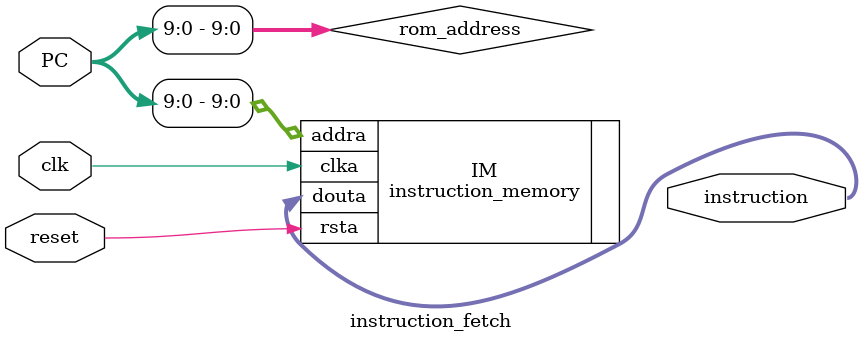
<source format=v>
`timescale 1ns / 1ps

module instruction_fetch(
    input [31:0] PC,
    input clk,
	 input reset,
    output [31:0] instruction
    );

	wire [9:0] rom_address;
	assign rom_address = PC[9:0];
	instruction_memory IM (.clka(clk), .rsta(reset), .addra(rom_address), .douta(instruction));

endmodule
</source>
